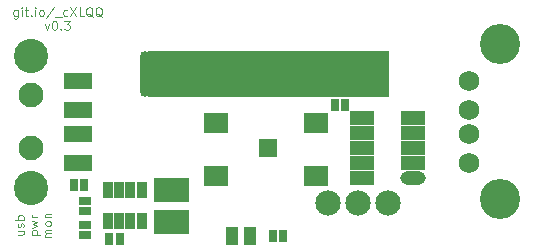
<source format=gts>
G04 (created by PCBNEW (2013-07-07 BZR 4022)-stable) date 5/22/2014 8:04:03 PM*
%MOIN*%
G04 Gerber Fmt 3.4, Leading zero omitted, Abs format*
%FSLAX34Y34*%
G01*
G70*
G90*
G04 APERTURE LIST*
%ADD10C,0.00590551*%
%ADD11C,0.00472441*%
%ADD12R,0.0334646X0.0551181*%
%ADD13R,0.040748X0.060748*%
%ADD14R,0.0787402X0.0708661*%
%ADD15C,0.0846457*%
%ADD16O,0.0334646X0.153543*%
%ADD17R,0.0334646X0.153543*%
%ADD18R,0.0590551X0.0846457*%
%ADD19O,0.0846457X0.0456693*%
%ADD20R,0.0846457X0.0456693*%
%ADD21R,0.031448X0.039348*%
%ADD22R,0.039348X0.031448*%
%ADD23R,0.0629921X0.0629921*%
%ADD24C,0.0688976*%
%ADD25C,0.133858*%
%ADD26C,0.0826772*%
%ADD27C,0.114173*%
%ADD28R,0.0925197X0.0559055*%
G04 APERTURE END LIST*
G54D10*
G54D11*
X70472Y-62439D02*
X70669Y-62439D01*
X70472Y-62566D02*
X70627Y-62566D01*
X70655Y-62552D01*
X70669Y-62524D01*
X70669Y-62482D01*
X70655Y-62453D01*
X70641Y-62439D01*
X70655Y-62313D02*
X70669Y-62285D01*
X70669Y-62228D01*
X70655Y-62200D01*
X70627Y-62186D01*
X70613Y-62186D01*
X70585Y-62200D01*
X70571Y-62228D01*
X70571Y-62271D01*
X70557Y-62299D01*
X70528Y-62313D01*
X70514Y-62313D01*
X70486Y-62299D01*
X70472Y-62271D01*
X70472Y-62228D01*
X70486Y-62200D01*
X70669Y-62060D02*
X70374Y-62060D01*
X70486Y-62060D02*
X70472Y-62032D01*
X70472Y-61975D01*
X70486Y-61947D01*
X70500Y-61933D01*
X70528Y-61919D01*
X70613Y-61919D01*
X70641Y-61933D01*
X70655Y-61947D01*
X70669Y-61975D01*
X70669Y-62032D01*
X70655Y-62060D01*
X70933Y-62559D02*
X71228Y-62559D01*
X70947Y-62559D02*
X70933Y-62531D01*
X70933Y-62474D01*
X70947Y-62446D01*
X70961Y-62432D01*
X70989Y-62418D01*
X71073Y-62418D01*
X71102Y-62432D01*
X71116Y-62446D01*
X71130Y-62474D01*
X71130Y-62531D01*
X71116Y-62559D01*
X70933Y-62320D02*
X71130Y-62264D01*
X70989Y-62207D01*
X71130Y-62151D01*
X70933Y-62095D01*
X71130Y-61982D02*
X70933Y-61982D01*
X70989Y-61982D02*
X70961Y-61968D01*
X70947Y-61954D01*
X70933Y-61926D01*
X70933Y-61898D01*
X71590Y-62643D02*
X71393Y-62643D01*
X71422Y-62643D02*
X71407Y-62629D01*
X71393Y-62601D01*
X71393Y-62559D01*
X71407Y-62531D01*
X71436Y-62517D01*
X71590Y-62517D01*
X71436Y-62517D02*
X71407Y-62503D01*
X71393Y-62474D01*
X71393Y-62432D01*
X71407Y-62404D01*
X71436Y-62390D01*
X71590Y-62390D01*
X71590Y-62207D02*
X71576Y-62235D01*
X71562Y-62250D01*
X71534Y-62264D01*
X71450Y-62264D01*
X71422Y-62250D01*
X71407Y-62235D01*
X71393Y-62207D01*
X71393Y-62165D01*
X71407Y-62137D01*
X71422Y-62123D01*
X71450Y-62109D01*
X71534Y-62109D01*
X71562Y-62123D01*
X71576Y-62137D01*
X71590Y-62165D01*
X71590Y-62207D01*
X71393Y-61982D02*
X71590Y-61982D01*
X71422Y-61982D02*
X71407Y-61968D01*
X71393Y-61940D01*
X71393Y-61898D01*
X71407Y-61870D01*
X71436Y-61856D01*
X71590Y-61856D01*
X70471Y-55072D02*
X70471Y-55311D01*
X70457Y-55339D01*
X70443Y-55353D01*
X70415Y-55367D01*
X70372Y-55367D01*
X70344Y-55353D01*
X70471Y-55255D02*
X70443Y-55269D01*
X70386Y-55269D01*
X70358Y-55255D01*
X70344Y-55241D01*
X70330Y-55213D01*
X70330Y-55128D01*
X70344Y-55100D01*
X70358Y-55086D01*
X70386Y-55072D01*
X70443Y-55072D01*
X70471Y-55086D01*
X70611Y-55269D02*
X70611Y-55072D01*
X70611Y-54974D02*
X70597Y-54988D01*
X70611Y-55002D01*
X70625Y-54988D01*
X70611Y-54974D01*
X70611Y-55002D01*
X70710Y-55072D02*
X70822Y-55072D01*
X70752Y-54974D02*
X70752Y-55227D01*
X70766Y-55255D01*
X70794Y-55269D01*
X70822Y-55269D01*
X70921Y-55241D02*
X70935Y-55255D01*
X70921Y-55269D01*
X70907Y-55255D01*
X70921Y-55241D01*
X70921Y-55269D01*
X71061Y-55269D02*
X71061Y-55072D01*
X71061Y-54974D02*
X71047Y-54988D01*
X71061Y-55002D01*
X71075Y-54988D01*
X71061Y-54974D01*
X71061Y-55002D01*
X71244Y-55269D02*
X71216Y-55255D01*
X71202Y-55241D01*
X71188Y-55213D01*
X71188Y-55128D01*
X71202Y-55100D01*
X71216Y-55086D01*
X71244Y-55072D01*
X71286Y-55072D01*
X71314Y-55086D01*
X71328Y-55100D01*
X71343Y-55128D01*
X71343Y-55213D01*
X71328Y-55241D01*
X71314Y-55255D01*
X71286Y-55269D01*
X71244Y-55269D01*
X71680Y-54960D02*
X71427Y-55339D01*
X71708Y-55297D02*
X71933Y-55297D01*
X72130Y-55255D02*
X72102Y-55269D01*
X72046Y-55269D01*
X72017Y-55255D01*
X72003Y-55241D01*
X71989Y-55213D01*
X71989Y-55128D01*
X72003Y-55100D01*
X72017Y-55086D01*
X72046Y-55072D01*
X72102Y-55072D01*
X72130Y-55086D01*
X72228Y-54974D02*
X72425Y-55269D01*
X72425Y-54974D02*
X72228Y-55269D01*
X72678Y-55269D02*
X72538Y-55269D01*
X72538Y-54974D01*
X72974Y-55297D02*
X72945Y-55283D01*
X72917Y-55255D01*
X72875Y-55213D01*
X72847Y-55199D01*
X72819Y-55199D01*
X72833Y-55269D02*
X72805Y-55255D01*
X72777Y-55227D01*
X72763Y-55171D01*
X72763Y-55072D01*
X72777Y-55016D01*
X72805Y-54988D01*
X72833Y-54974D01*
X72889Y-54974D01*
X72917Y-54988D01*
X72945Y-55016D01*
X72960Y-55072D01*
X72960Y-55171D01*
X72945Y-55227D01*
X72917Y-55255D01*
X72889Y-55269D01*
X72833Y-55269D01*
X73283Y-55297D02*
X73255Y-55283D01*
X73227Y-55255D01*
X73184Y-55213D01*
X73156Y-55199D01*
X73128Y-55199D01*
X73142Y-55269D02*
X73114Y-55255D01*
X73086Y-55227D01*
X73072Y-55171D01*
X73072Y-55072D01*
X73086Y-55016D01*
X73114Y-54988D01*
X73142Y-54974D01*
X73199Y-54974D01*
X73227Y-54988D01*
X73255Y-55016D01*
X73269Y-55072D01*
X73269Y-55171D01*
X73255Y-55227D01*
X73227Y-55255D01*
X73199Y-55269D01*
X73142Y-55269D01*
X71378Y-55533D02*
X71448Y-55730D01*
X71518Y-55533D01*
X71687Y-55434D02*
X71715Y-55434D01*
X71743Y-55448D01*
X71757Y-55462D01*
X71771Y-55491D01*
X71785Y-55547D01*
X71785Y-55617D01*
X71771Y-55673D01*
X71757Y-55702D01*
X71743Y-55716D01*
X71715Y-55730D01*
X71687Y-55730D01*
X71659Y-55716D01*
X71645Y-55702D01*
X71631Y-55673D01*
X71617Y-55617D01*
X71617Y-55547D01*
X71631Y-55491D01*
X71645Y-55462D01*
X71659Y-55448D01*
X71687Y-55434D01*
X71912Y-55702D02*
X71926Y-55716D01*
X71912Y-55730D01*
X71898Y-55716D01*
X71912Y-55702D01*
X71912Y-55730D01*
X72024Y-55434D02*
X72207Y-55434D01*
X72109Y-55547D01*
X72151Y-55547D01*
X72179Y-55561D01*
X72193Y-55575D01*
X72207Y-55603D01*
X72207Y-55673D01*
X72193Y-55702D01*
X72179Y-55716D01*
X72151Y-55730D01*
X72067Y-55730D01*
X72039Y-55716D01*
X72024Y-55702D01*
G54D12*
X74600Y-61076D03*
X74225Y-61076D03*
X73851Y-61076D03*
X73477Y-61076D03*
X73477Y-62100D03*
X73851Y-62100D03*
X74225Y-62100D03*
X74600Y-62100D03*
G54D13*
X77600Y-62600D03*
X78200Y-62600D03*
G54D14*
X80400Y-60600D03*
X80400Y-58828D03*
X77092Y-60600D03*
X77092Y-58828D03*
G54D15*
X80800Y-61500D03*
X81800Y-61500D03*
X82800Y-61500D03*
G54D16*
X74700Y-57200D03*
G54D17*
X74975Y-57200D03*
X75251Y-57200D03*
X75526Y-57200D03*
X75802Y-57200D03*
X76077Y-57200D03*
X76353Y-57200D03*
X76629Y-57200D03*
X76904Y-57200D03*
X77180Y-57200D03*
X77455Y-57200D03*
X77731Y-57200D03*
X78007Y-57200D03*
X78282Y-57200D03*
X78558Y-57200D03*
X78833Y-57200D03*
X79109Y-57200D03*
X79385Y-57200D03*
X79660Y-57200D03*
X79936Y-57200D03*
X80211Y-57200D03*
X80487Y-57200D03*
X80762Y-57200D03*
X81038Y-57200D03*
X81314Y-57200D03*
X81589Y-57200D03*
X81865Y-57200D03*
X82140Y-57200D03*
X82416Y-57200D03*
X82692Y-57200D03*
G54D18*
X75875Y-61058D03*
X75324Y-61058D03*
X75875Y-62141D03*
X75324Y-62141D03*
G54D19*
X83656Y-60684D03*
G54D20*
X81943Y-60684D03*
X83656Y-60184D03*
X81943Y-60184D03*
X83656Y-59684D03*
X81943Y-59684D03*
X83656Y-59184D03*
X81943Y-59184D03*
X83656Y-58684D03*
X81943Y-58684D03*
G54D21*
X78973Y-62600D03*
X79327Y-62600D03*
G54D22*
X72700Y-61777D03*
X72700Y-61423D03*
G54D21*
X72343Y-60910D03*
X72697Y-60910D03*
G54D22*
X72700Y-62223D03*
X72700Y-62577D03*
G54D21*
X73877Y-62700D03*
X73523Y-62700D03*
X81397Y-58230D03*
X81043Y-58230D03*
G54D23*
X78804Y-59656D03*
G54D24*
X85500Y-59193D03*
X85500Y-58406D03*
X85500Y-60177D03*
X85500Y-57422D03*
G54D25*
X86566Y-61386D03*
X86566Y-56213D03*
G54D26*
X70900Y-57914D03*
X70900Y-59685D03*
G54D27*
X70900Y-56595D03*
X70900Y-61004D03*
G54D28*
X72474Y-60177D03*
X72474Y-57422D03*
X72474Y-59193D03*
X72474Y-58406D03*
M02*

</source>
